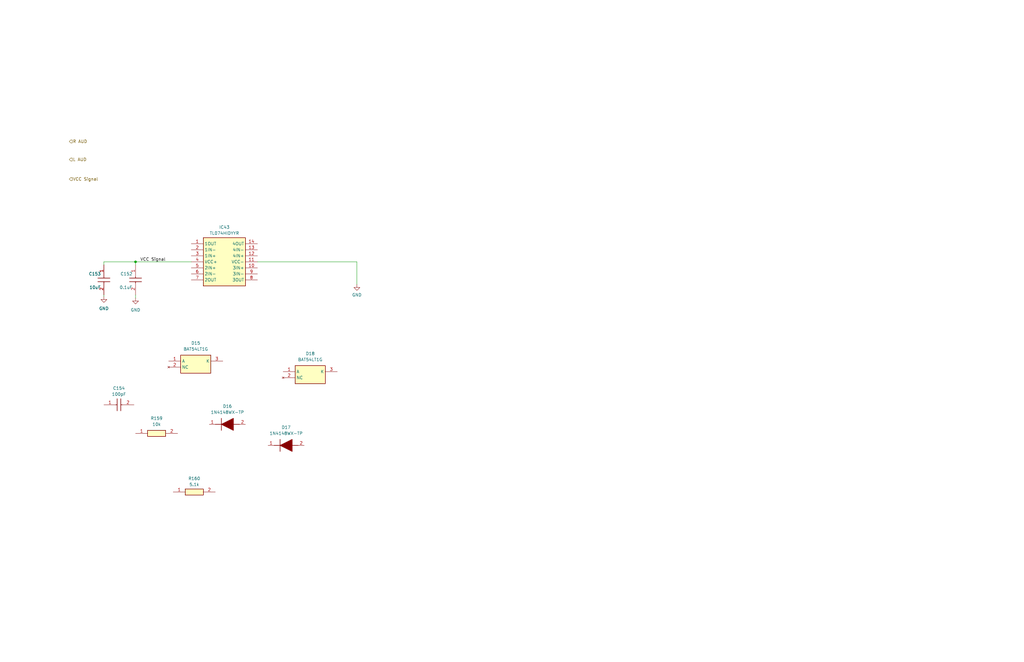
<source format=kicad_sch>
(kicad_sch (version 20230121) (generator eeschema)
  (paper "B")
  (lib_symbols
    (symbol "Audio System:1N4148WX-TP" (pin_names hide)
      (property "Reference" "D" (at 11.43 5.08 0))
      (property "Value" "1N4148WX-TP" (at 11.43 2.54 0))
      (symbol "1N4148WX-TP_1_1"
        (polyline (pts (xy 2.54 0) (xy 5.08 0)) (stroke (width 0.254)))
        (polyline (pts (xy 5.08 2.54) (xy 5.08 -2.54)) (stroke (width 0.254)))
        (polyline (pts (xy 10.16 0) (xy 12.7 0)) (stroke (width 0.254)))
        (polyline (pts (xy 5.08 0) (xy 10.16 2.54) (xy 10.16 -2.54) (xy 5.08 0)) (stroke (width 0.254)) (fill (type outline)))
        (pin passive line (at 0 0 0) (length 2.54) (name "K") (number "1"))
        (pin passive line (at 15.24 0 180) (length 2.54) (name "A") (number "2"))
      )
    )
    (symbol "Audio System:BAT54LT1G"
      (property "Reference" "D" (at 19.05 7.62 0))
      (property "Value" "BAT54LT1G" (at 19.05 5.08 0))
      (symbol "BAT54LT1G_1_1"
        (rectangle (start 5.08 2.54) (end 17.78 -5.08) (stroke (width 0.254)) (fill (type background)))
        (pin passive line (at 0 0 0) (length 5.08) (name "A") (number "1"))
        (pin no_connect line (at 0 -2.54 0) (length 5.08) (name "NC") (number "2"))
        (pin passive line (at 22.86 0 180) (length 5.08) (name "K") (number "3"))
      )
    )
    (symbol "Audio System:C0603C104M5RACTU" (pin_names hide)
      (property "Reference" "C" (at 8.89 6.35 0))
      (property "Value" "C0603C104M5RACTU" (at 8.89 3.81 0))
      (symbol "C0603C104M5RACTU_1_1"
        (polyline (pts (xy 5.08 0) (xy 5.588 0)) (stroke (width 0.254)))
        (polyline (pts (xy 5.588 2.54) (xy 5.588 -2.54)) (stroke (width 0.254)))
        (polyline (pts (xy 7.112 0) (xy 7.62 0)) (stroke (width 0.254)))
        (polyline (pts (xy 7.112 2.54) (xy 7.112 -2.54)) (stroke (width 0.254)))
        (pin passive line (at 0 0 0) (length 5.08) (name "1") (number "1"))
        (pin passive line (at 12.7 0 180) (length 5.08) (name "2") (number "2"))
      )
    )
    (symbol "Audio System:CC0603JRNPO9BN101" (pin_names hide)
      (property "Reference" "C" (at 8.89 6.35 0))
      (property "Value" "CC0603JRNPO9BN101" (at 8.89 3.81 0))
      (symbol "CC0603JRNPO9BN101_1_1"
        (polyline (pts (xy 5.08 0) (xy 5.588 0)) (stroke (width 0.254)))
        (polyline (pts (xy 5.588 2.54) (xy 5.588 -2.54)) (stroke (width 0.254)))
        (polyline (pts (xy 7.112 0) (xy 7.62 0)) (stroke (width 0.254)))
        (polyline (pts (xy 7.112 2.54) (xy 7.112 -2.54)) (stroke (width 0.254)))
        (pin passive line (at 0 0 0) (length 5.08) (name "1") (number "1"))
        (pin passive line (at 12.7 0 180) (length 5.08) (name "2") (number "2"))
      )
    )
    (symbol "Audio System:GRM21BR61H106KE43L" (pin_names hide)
      (property "Reference" "C" (at 8.89 6.35 0))
      (property "Value" "GRM21BR61H106KE43L" (at 8.89 3.81 0))
      (symbol "GRM21BR61H106KE43L_1_1"
        (polyline (pts (xy 5.08 0) (xy 5.588 0)) (stroke (width 0.254)))
        (polyline (pts (xy 5.588 2.54) (xy 5.588 -2.54)) (stroke (width 0.254)))
        (polyline (pts (xy 7.112 0) (xy 7.62 0)) (stroke (width 0.254)))
        (polyline (pts (xy 7.112 2.54) (xy 7.112 -2.54)) (stroke (width 0.254)))
        (pin passive line (at 0 0 0) (length 5.08) (name "1") (number "1"))
        (pin passive line (at 12.7 0 180) (length 5.08) (name "2") (number "2"))
      )
    )
    (symbol "Audio System:RC0603FR-0710KL" (pin_names hide)
      (property "Reference" "R" (at 13.97 6.35 0))
      (property "Value" "RC0603FR-0710KL" (at 13.97 3.81 0))
      (symbol "RC0603FR-0710KL_1_1"
        (rectangle (start 5.08 1.27) (end 12.7 -1.27) (stroke (width 0.254)) (fill (type background)))
        (pin passive line (at 0 0 0) (length 5.08) (name "1") (number "1"))
        (pin passive line (at 17.78 0 180) (length 5.08) (name "2") (number "2"))
      )
    )
    (symbol "Audio System:RC0603FR-075K1L" (pin_names hide)
      (property "Reference" "R" (at 13.97 6.35 0))
      (property "Value" "RC0603FR-075K1L" (at 13.97 3.81 0))
      (symbol "RC0603FR-075K1L_1_1"
        (rectangle (start 5.08 1.27) (end 12.7 -1.27) (stroke (width 0.254)) (fill (type background)))
        (pin passive line (at 0 0 0) (length 5.08) (name "1") (number "1"))
        (pin passive line (at 17.78 0 180) (length 5.08) (name "2") (number "2"))
      )
    )
    (symbol "Audio System:TL074HIDYYR"
      (property "Reference" "IC" (at 24.13 7.62 0))
      (property "Value" "TL074HIDYYR" (at 24.13 5.08 0))
      (symbol "TL074HIDYYR_1_1"
        (rectangle (start 5.08 2.54) (end 22.86 -17.78) (stroke (width 0.254)) (fill (type background)))
        (pin passive line (at 0 0 0) (length 5.08) (name "1OUT") (number "1"))
        (pin passive line (at 27.94 -10.16 180) (length 5.08) (name "3IN+") (number "10"))
        (pin passive line (at 27.94 -7.62 180) (length 5.08) (name "VCC-") (number "11"))
        (pin passive line (at 27.94 -5.08 180) (length 5.08) (name "4IN+") (number "12"))
        (pin passive line (at 27.94 -2.54 180) (length 5.08) (name "4IN-") (number "13"))
        (pin passive line (at 27.94 0 180) (length 5.08) (name "4OUT") (number "14"))
        (pin passive line (at 0 -2.54 0) (length 5.08) (name "1IN-") (number "2"))
        (pin passive line (at 0 -5.08 0) (length 5.08) (name "1IN+") (number "3"))
        (pin passive line (at 0 -7.62 0) (length 5.08) (name "VCC+") (number "4"))
        (pin passive line (at 0 -10.16 0) (length 5.08) (name "2IN+") (number "5"))
        (pin passive line (at 0 -12.7 0) (length 5.08) (name "2IN-") (number "6"))
        (pin passive line (at 0 -15.24 0) (length 5.08) (name "2OUT") (number "7"))
        (pin passive line (at 27.94 -15.24 180) (length 5.08) (name "3OUT") (number "8"))
        (pin passive line (at 27.94 -12.7 180) (length 5.08) (name "3IN-") (number "9"))
      )
    )
    (symbol "power:GND" (power) (pin_names (offset 0))
      (property "Value" "GND" (at 0 -3.81 0))
      (symbol "GND_0_1"
        (polyline (pts (xy 0 0) (xy 0 -1.27) (xy 1.27 -1.27) (xy 0 -2.54) (xy -1.27 -1.27) (xy 0 -1.27)))
      )
      (symbol "GND_1_1"
        (pin power_in line (at 0 0 270) (length 0) hide (name "GND") (number "1"))
      )
    )
  )
  (junction (at 57.15 110.49))
  (wire (pts (xy 57.15 125.73) (xy 57.15 124.46)))
  (wire (pts (xy 80.645 110.49) (xy 57.15 110.49)))
  (wire (pts (xy 57.15 110.49) (xy 57.15 111.76)))
  (wire (pts (xy 43.815 124.46) (xy 43.815 125.095)))
  (wire (pts (xy 108.585 110.49) (xy 150.495 110.49)))
  (wire (pts (xy 43.815 111.76) (xy 43.815 110.49)))
  (wire (pts (xy 43.815 110.49) (xy 57.15 110.49)))
  (wire (pts (xy 150.495 110.49) (xy 150.495 120.015)))
  (label "VCC Signal" (at 69.85 110.49 180))
  (hierarchical_label "L AUD" (shape input) (at 29.21 67.31 0))
  (hierarchical_label "VCC Signal" (shape input) (at 29.21 75.565 0))
  (hierarchical_label "R AUD" (shape input) (at 29.21 59.69 0))
  (symbol (lib_id "power:GND") (at 150.495 120.015 0) (unit 1)
    (property "Reference" "#PWR0200" (effects hide))
    (property "Value" "GND" (at 150.495 124.46 0))
  )
  (symbol (lib_id "Audio System:GRM21BR61H106KE43L") (at 43.815 111.76 90) (mirror x) (unit 1)
    (property "Reference" "C153" (at 42.545 115.57 90) (effects (justify left)))
    (property "Value" "10uF" (at 42.545 121.285 90) (effects (justify left)))
    (property "Footprint" "GRM21x" (effects hide))
    (property "Datasheet" "https://search.murata.co.jp/Ceramy/image/img/A01X/G101/ENG/GRM21BR61H106KE43-01A.pdf" (effects hide))
    (property "Height" "1.25" (effects hide))
    (property "Manufacturer_Name" "Murata Electronics" (effects hide))
    (property "Manufacturer_Part_Number" "GRM21BR61H106KE43L" (effects hide))
    (property "Mouser Part Number" "81-GRM21BR61H106KE3L" (effects hide))
    (property "Mouser Price/Stock" "https://www.mouser.co.uk/ProductDetail/Murata-Electronics/GRM21BR61H106KE43L?qs=lYGu3FyN48cBZlIduWKclg%3D%3D" (effects hide))
    (property "Arrow Part Number" "GRM21BR61H106KE43L" (effects hide))
    (property "Arrow Price/Stock" "https://www.arrow.com/en/products/grm21br61h106ke43l/murata-manufacturing?region=nac" (effects hide))
  )
  (symbol (lib_id "Audio System:RC0603FR-0710KL") (at 57.15 182.88 0) (unit 1)
    (property "Reference" "R159" (at 66.04 176.53 0))
    (property "Value" "10k" (at 66.04 179.07 0))
    (property "Footprint" "RESC1608X55N" (effects hide))
    (property "Datasheet" "http://www.yageo.com/documents/recent/PYu-RC0603_51_RoHS_L_v5.pdf" (effects hide))
    (property "Height" "0.55" (effects hide))
    (property "Manufacturer_Name" "KEMET" (effects hide))
    (property "Manufacturer_Part_Number" "RC0603FR-0710KL" (effects hide))
    (property "Mouser Part Number" "603-RC0603FR-0710KL" (effects hide))
    (property "Mouser Price/Stock" "https://www.mouser.co.uk/ProductDetail/YAGEO/RC0603FR-0710KL?qs=grNVn54RoB%252B3GtjbJj3wJQ%3D%3D" (effects hide))
    (property "Arrow Part Number" "RC0603FR-0710KL" (effects hide))
    (property "Arrow Price/Stock" "https://www.arrow.com/en/products/rc0603fr-0710kl/yageo?region=nac" (effects hide))
  )
  (symbol (lib_id "Audio System:TL074HIDYYR") (at 80.645 102.87 0) (unit 1)
    (property "Reference" "IC43" (at 94.615 95.885 0))
    (property "Value" "TL074HIDYYR" (at 94.615 98.425 0))
    (property "Footprint" "SOP50P326X110-14N" (effects hide))
    (property "Datasheet" "https://www.ti.com/lit/ds/symlink/tl074.pdf?HQS=dis-mous-null-mousermode-dsf-pf-null-wwe&ts=1653289518838&ref_url=https%253A%252F%252Fwww.mouser.es%252F" (effects hide))
    (property "Height" "1.1" (effects hide))
    (property "Manufacturer_Name" "Texas Instruments" (effects hide))
    (property "Manufacturer_Part_Number" "TL074HIDYYR" (effects hide))
    (property "Mouser Part Number" "595-TL074HIDYYR" (effects hide))
    (property "Mouser Price/Stock" "https://www.mouser.co.uk/ProductDetail/Texas-Instruments/TL074HIDYYR?qs=Li%252BoUPsLEnudP2MOdP5hYw%3D%3D" (effects hide))
    (property "Arrow Part Number" "TL074HIDYYR" (effects hide))
    (property "Arrow Price/Stock" "https://www.arrow.com/en/products/tl074hidyyr/texas-instruments?region=nac" (effects hide))
  )
  (symbol (lib_id "Audio System:BAT54LT1G") (at 119.38 156.845 0) (unit 1)
    (property "Reference" "D18" (at 130.81 149.225 0))
    (property "Value" "BAT54LT1G" (at 130.81 151.765 0))
    (property "Footprint" "SOT96P237X111-3N" (effects hide))
    (property "Datasheet" "http://www.onsemi.com/pub/Collateral/BAT54LT1-D.PDF" (effects hide))
    (property "Height" "1.11" (effects hide))
    (property "Manufacturer_Name" "onsemi" (effects hide))
    (property "Manufacturer_Part_Number" "BAT54LT1G" (effects hide))
    (property "Mouser Part Number" "863-BAT54LT1G" (effects hide))
    (property "Mouser Price/Stock" "https://www.mouser.co.uk/ProductDetail/onsemi/BAT54LT1G?qs=vLkC5FC1VN9WnG9k5eBnHQ%3D%3D" (effects hide))
    (property "Arrow Part Number" "BAT54LT1G" (effects hide))
    (property "Arrow Price/Stock" "https://www.arrow.com/en/products/bat54lt1g/on-semiconductor?region=europe" (effects hide))
  )
  (symbol (lib_id "Audio System:1N4148WX-TP") (at 88.265 179.07 0) (unit 1)
    (property "Reference" "D16" (at 95.885 171.45 0))
    (property "Value" "1N4148WX-TP" (at 95.885 173.99 0))
    (property "Footprint" "SOD2512X130N" (effects hide))
    (property "Datasheet" "https://www.mouser.co.uk/datasheet/2/258/1N4148WX_SOD_323_-3326905.pdf" (effects hide))
    (property "Height" "1.3" (effects hide))
    (property "Manufacturer_Name" "Vishay" (effects hide))
    (property "Manufacturer_Part_Number" "1N4148WX-TP" (effects hide))
  )
  (symbol (lib_id "Audio System:CC0603JRNPO9BN101") (at 43.815 170.815 0) (unit 1)
    (property "Reference" "C154" (at 50.165 163.83 0))
    (property "Value" "100pF" (at 50.165 166.37 0))
    (property "Footprint" "CAPC1608X87N" (effects hide))
    (property "Datasheet" "https://datasheet.datasheetarchive.com/originals/distributors/Datasheets_SAMA/cc5107097899af003b9e5ad41810a26f.pdf" (effects hide))
    (property "Height" "0.87" (effects hide))
    (property "Manufacturer_Name" "KEMET" (effects hide))
    (property "Manufacturer_Part_Number" "CC0603JRNPO9BN101" (effects hide))
    (property "Mouser Part Number" "603-CC603JRNPO9BN101" (effects hide))
    (property "Mouser Price/Stock" "https://www.mouser.co.uk/ProductDetail/YAGEO/CC0603JRNPO9BN101?qs=AgBp2OyFlx%252Bc5vUOLFsmXA%3D%3D" (effects hide))
    (property "Arrow Part Number" "CC0603JRNPO9BN101" (effects hide))
    (property "Arrow Price/Stock" "https://www.arrow.com/en/products/cc0603jrnpo9bn101/yageo" (effects hide))
  )
  (symbol (lib_id "Audio System:RC0603FR-075K1L") (at 73.025 207.645 0) (unit 1)
    (property "Reference" "R160" (at 81.915 201.93 0))
    (property "Value" "5.1k" (at 81.915 204.47 0))
    (property "Footprint" "RESC1608X55N" (effects hide))
    (property "Datasheet" "http://www.yageo.com/documents/recent/PYu-RC0603_51_RoHS_L_v5.pdf" (effects hide))
    (property "Height" "0.55" (effects hide))
    (property "Manufacturer_Name" "KEMET" (effects hide))
    (property "Manufacturer_Part_Number" "RC0603FR-075K1L" (effects hide))
    (property "Mouser Part Number" "603-RC0603FR-075K1L" (effects hide))
    (property "Mouser Price/Stock" "https://www.mouser.co.uk/ProductDetail/YAGEO/RC0603FR-075K1L?qs=gt6vzsuosg2jUUwxnI2PJQ%3D%3D" (effects hide))
    (property "Arrow Part Number" "RC0603FR-075K1L" (effects hide))
    (property "Arrow Price/Stock" "https://www.arrow.com/en/products/rc0603fr-075k1l/yageo?region=nac" (effects hide))
  )
  (symbol (lib_id "Audio System:C0603C104M5RACTU") (at 57.15 111.76 90) (mirror x) (unit 1)
    (property "Reference" "C152" (at 55.88 115.57 90) (effects (justify left)))
    (property "Value" "0.1uF" (at 55.88 121.285 90) (effects (justify left)))
    (property "Footprint" "C0603" (effects hide))
    (property "Datasheet" "https://content.kemet.com/datasheets/KEM_C1002_X7R_SMD.pdf" (effects hide))
    (property "Height" "0.87" (effects hide))
    (property "Manufacturer_Name" "KEMET" (effects hide))
    (property "Manufacturer_Part_Number" "C0603C104M5RACTU" (effects hide))
    (property "Mouser Part Number" "80-C0603C104M5R" (effects hide))
    (property "Mouser Price/Stock" "https://www.mouser.co.uk/ProductDetail/KEMET/C0603C104M5RACTU?qs=YkRtRX%252BfoqJT%252B0m410IP4A%3D%3D" (effects hide))
    (property "Arrow Part Number" "C0603C104M5RACTU" (effects hide))
    (property "Arrow Price/Stock" "https://www.arrow.com/en/products/c0603c104m5ractu/kemet-corporation?utm_currency=USD&region=nac" (effects hide))
  )
  (symbol (lib_id "Audio System:1N4148WX-TP") (at 113.03 187.96 0) (unit 1)
    (property "Reference" "D17" (at 120.65 180.34 0))
    (property "Value" "1N4148WX-TP" (at 120.65 182.88 0))
    (property "Footprint" "SOD2512X130N" (effects hide))
    (property "Datasheet" "https://www.mouser.co.uk/datasheet/2/258/1N4148WX_SOD_323_-3326905.pdf" (effects hide))
    (property "Height" "1.3" (effects hide))
    (property "Manufacturer_Name" "Vishay" (effects hide))
    (property "Manufacturer_Part_Number" "1N4148WX-TP" (effects hide))
  )
  (symbol (lib_id "power:GND") (at 57.15 125.73 0) (mirror y) (unit 1)
    (property "Reference" "#PWR0201" (effects hide))
    (property "Value" "GND" (at 57.15 130.81 0))
  )
  (symbol (lib_id "Audio System:BAT54LT1G") (at 71.12 152.4 0) (unit 1)
    (property "Reference" "D15" (at 82.55 144.78 0))
    (property "Value" "BAT54LT1G" (at 82.55 147.32 0))
    (property "Footprint" "SOT96P237X111-3N" (effects hide))
    (property "Datasheet" "http://www.onsemi.com/pub/Collateral/BAT54LT1-D.PDF" (effects hide))
    (property "Height" "1.11" (effects hide))
    (property "Manufacturer_Name" "onsemi" (effects hide))
    (property "Manufacturer_Part_Number" "BAT54LT1G" (effects hide))
    (property "Mouser Part Number" "863-BAT54LT1G" (effects hide))
    (property "Mouser Price/Stock" "https://www.mouser.co.uk/ProductDetail/onsemi/BAT54LT1G?qs=vLkC5FC1VN9WnG9k5eBnHQ%3D%3D" (effects hide))
    (property "Arrow Part Number" "BAT54LT1G" (effects hide))
    (property "Arrow Price/Stock" "https://www.arrow.com/en/products/bat54lt1g/on-semiconductor?region=europe" (effects hide))
  )
  (symbol (lib_id "power:GND") (at 43.815 125.095 0) (mirror y) (unit 1)
    (property "Reference" "#PWR0202" (effects hide))
    (property "Value" "GND" (at 43.815 130.175 0))
  )
)
</source>
